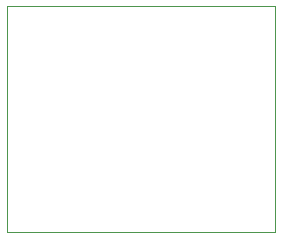
<source format=gbr>
G04 #@! TF.GenerationSoftware,KiCad,Pcbnew,(5.1.6)-1*
G04 #@! TF.CreationDate,2020-06-22T19:30:58+02:00*
G04 #@! TF.ProjectId,plc-sniffer,706c632d-736e-4696-9666-65722e6b6963,rev?*
G04 #@! TF.SameCoordinates,Original*
G04 #@! TF.FileFunction,Other,User*
%FSLAX46Y46*%
G04 Gerber Fmt 4.6, Leading zero omitted, Abs format (unit mm)*
G04 Created by KiCad (PCBNEW (5.1.6)-1) date 2020-06-22 19:30:58*
%MOMM*%
%LPD*%
G01*
G04 APERTURE LIST*
%ADD10C,0.050000*%
G04 APERTURE END LIST*
D10*
G04 #@! TO.C,J1001*
X180810000Y-119370000D02*
X203530000Y-119370000D01*
X203530000Y-119370000D02*
X203530000Y-138520000D01*
X203530000Y-138520000D02*
X180810000Y-138520000D01*
X180810000Y-138520000D02*
X180810000Y-119370000D01*
G04 #@! TD*
M02*

</source>
